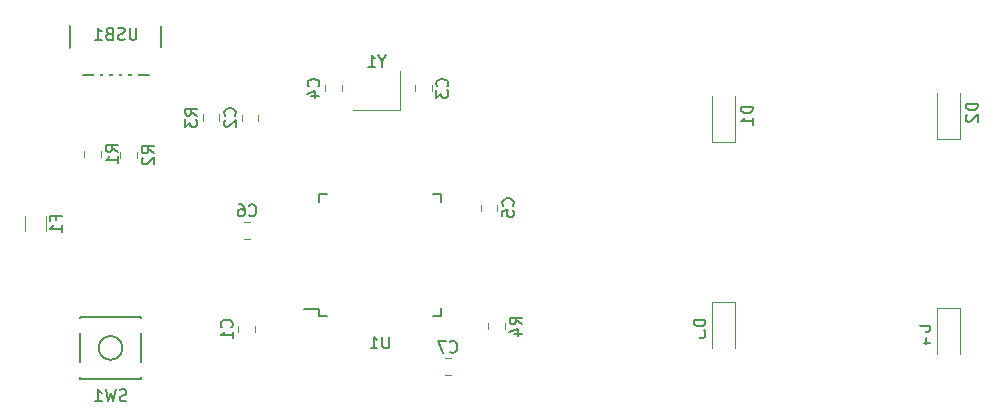
<source format=gbo>
G04 #@! TF.GenerationSoftware,KiCad,Pcbnew,(5.1.2)-1*
G04 #@! TF.CreationDate,2019-05-27T11:12:18-07:00*
G04 #@! TF.ProjectId,Aidan PCB,41696461-6e20-4504-9342-2e6b69636164,rev?*
G04 #@! TF.SameCoordinates,Original*
G04 #@! TF.FileFunction,Legend,Bot*
G04 #@! TF.FilePolarity,Positive*
%FSLAX46Y46*%
G04 Gerber Fmt 4.6, Leading zero omitted, Abs format (unit mm)*
G04 Created by KiCad (PCBNEW (5.1.2)-1) date 2019-05-27 11:12:18*
%MOMM*%
%LPD*%
G04 APERTURE LIST*
%ADD10C,0.120000*%
%ADD11C,0.150000*%
%ADD12C,2.352000*%
%ADD13C,2.352000*%
%ADD14C,4.089800*%
%ADD15C,2.007000*%
%ADD16R,2.007000X2.007000*%
%ADD17C,1.852000*%
%ADD18C,0.100000*%
%ADD19C,1.077000*%
%ADD20R,1.302000X1.002000*%
%ADD21C,1.352000*%
%ADD22R,1.902000X1.202000*%
%ADD23R,1.602000X0.652000*%
%ADD24R,0.652000X1.602000*%
%ADD25R,0.602000X2.352000*%
%ADD26O,1.802000X2.802000*%
%ADD27R,1.502000X1.302000*%
G04 APERTURE END LIST*
D10*
X66010000Y-81466422D02*
X66010000Y-81983578D01*
X64590000Y-81466422D02*
X64590000Y-81983578D01*
X64315000Y-99378922D02*
X64315000Y-99896078D01*
X65735000Y-99378922D02*
X65735000Y-99896078D01*
X79265000Y-79496078D02*
X79265000Y-78978922D01*
X80685000Y-79496078D02*
X80685000Y-78978922D01*
X71665000Y-78978922D02*
X71665000Y-79496078D01*
X73085000Y-78978922D02*
X73085000Y-79496078D01*
X86260000Y-89608578D02*
X86260000Y-89091422D01*
X84840000Y-89608578D02*
X84840000Y-89091422D01*
X65321078Y-90565000D02*
X64803922Y-90565000D01*
X65321078Y-91985000D02*
X64803922Y-91985000D01*
X82321078Y-103535000D02*
X81803922Y-103535000D01*
X82321078Y-102115000D02*
X81803922Y-102115000D01*
X106410000Y-83784000D02*
X104410000Y-83784000D01*
X104410000Y-83784000D02*
X104410000Y-79884000D01*
X106410000Y-83784000D02*
X106410000Y-79884000D01*
X125460000Y-83530000D02*
X125460000Y-79630000D01*
X123460000Y-83530000D02*
X123460000Y-79630000D01*
X125460000Y-83530000D02*
X123460000Y-83530000D01*
X104410000Y-97318000D02*
X106410000Y-97318000D01*
X106410000Y-97318000D02*
X106410000Y-101218000D01*
X104410000Y-97318000D02*
X104410000Y-101218000D01*
X123460000Y-97826000D02*
X123460000Y-101726000D01*
X125460000Y-97826000D02*
X125460000Y-101726000D01*
X123460000Y-97826000D02*
X125460000Y-97826000D01*
X48040000Y-91292064D02*
X48040000Y-90087936D01*
X46220000Y-91292064D02*
X46220000Y-90087936D01*
X51290000Y-85046078D02*
X51290000Y-84528922D01*
X52710000Y-85046078D02*
X52710000Y-84528922D01*
X55760000Y-85158578D02*
X55760000Y-84641422D01*
X54340000Y-85158578D02*
X54340000Y-84641422D01*
X62710000Y-81453922D02*
X62710000Y-81971078D01*
X61290000Y-81453922D02*
X61290000Y-81971078D01*
X86910000Y-99646078D02*
X86910000Y-99128922D01*
X85490000Y-99646078D02*
X85490000Y-99128922D01*
D11*
X54500000Y-101225000D02*
G75*
G03X54500000Y-101225000I-1000000J0D01*
G01*
X56100000Y-103825000D02*
X56100000Y-98625000D01*
X50900000Y-103825000D02*
X56100000Y-103825000D01*
X50900000Y-98625000D02*
X50900000Y-103825000D01*
X56100000Y-98625000D02*
X50900000Y-98625000D01*
X71149000Y-98531500D02*
X71149000Y-97956500D01*
X81499000Y-98531500D02*
X81499000Y-97856500D01*
X81499000Y-88181500D02*
X81499000Y-88856500D01*
X71149000Y-88181500D02*
X71149000Y-88856500D01*
X71149000Y-98531500D02*
X71824000Y-98531500D01*
X71149000Y-88181500D02*
X71824000Y-88181500D01*
X81499000Y-88181500D02*
X80824000Y-88181500D01*
X81499000Y-98531500D02*
X80824000Y-98531500D01*
X71149000Y-97956500D02*
X69874000Y-97956500D01*
X50100000Y-78094000D02*
X57800000Y-78094000D01*
X57800000Y-72644000D02*
X57800000Y-78094000D01*
X50100000Y-72644000D02*
X50100000Y-78094000D01*
D10*
X78042000Y-77764000D02*
X78042000Y-81064000D01*
X78042000Y-81064000D02*
X74042000Y-81064000D01*
D11*
X64007142Y-81558333D02*
X64054761Y-81510714D01*
X64102380Y-81367857D01*
X64102380Y-81272619D01*
X64054761Y-81129761D01*
X63959523Y-81034523D01*
X63864285Y-80986904D01*
X63673809Y-80939285D01*
X63530952Y-80939285D01*
X63340476Y-80986904D01*
X63245238Y-81034523D01*
X63150000Y-81129761D01*
X63102380Y-81272619D01*
X63102380Y-81367857D01*
X63150000Y-81510714D01*
X63197619Y-81558333D01*
X63197619Y-81939285D02*
X63150000Y-81986904D01*
X63102380Y-82082142D01*
X63102380Y-82320238D01*
X63150000Y-82415476D01*
X63197619Y-82463095D01*
X63292857Y-82510714D01*
X63388095Y-82510714D01*
X63530952Y-82463095D01*
X64102380Y-81891666D01*
X64102380Y-82510714D01*
X63732142Y-99470833D02*
X63779761Y-99423214D01*
X63827380Y-99280357D01*
X63827380Y-99185119D01*
X63779761Y-99042261D01*
X63684523Y-98947023D01*
X63589285Y-98899404D01*
X63398809Y-98851785D01*
X63255952Y-98851785D01*
X63065476Y-98899404D01*
X62970238Y-98947023D01*
X62875000Y-99042261D01*
X62827380Y-99185119D01*
X62827380Y-99280357D01*
X62875000Y-99423214D01*
X62922619Y-99470833D01*
X63827380Y-100423214D02*
X63827380Y-99851785D01*
X63827380Y-100137500D02*
X62827380Y-100137500D01*
X62970238Y-100042261D01*
X63065476Y-99947023D01*
X63113095Y-99851785D01*
X81982142Y-79070833D02*
X82029761Y-79023214D01*
X82077380Y-78880357D01*
X82077380Y-78785119D01*
X82029761Y-78642261D01*
X81934523Y-78547023D01*
X81839285Y-78499404D01*
X81648809Y-78451785D01*
X81505952Y-78451785D01*
X81315476Y-78499404D01*
X81220238Y-78547023D01*
X81125000Y-78642261D01*
X81077380Y-78785119D01*
X81077380Y-78880357D01*
X81125000Y-79023214D01*
X81172619Y-79070833D01*
X81077380Y-79404166D02*
X81077380Y-80023214D01*
X81458333Y-79689880D01*
X81458333Y-79832738D01*
X81505952Y-79927976D01*
X81553571Y-79975595D01*
X81648809Y-80023214D01*
X81886904Y-80023214D01*
X81982142Y-79975595D01*
X82029761Y-79927976D01*
X82077380Y-79832738D01*
X82077380Y-79547023D01*
X82029761Y-79451785D01*
X81982142Y-79404166D01*
X71082142Y-79070833D02*
X71129761Y-79023214D01*
X71177380Y-78880357D01*
X71177380Y-78785119D01*
X71129761Y-78642261D01*
X71034523Y-78547023D01*
X70939285Y-78499404D01*
X70748809Y-78451785D01*
X70605952Y-78451785D01*
X70415476Y-78499404D01*
X70320238Y-78547023D01*
X70225000Y-78642261D01*
X70177380Y-78785119D01*
X70177380Y-78880357D01*
X70225000Y-79023214D01*
X70272619Y-79070833D01*
X70510714Y-79927976D02*
X71177380Y-79927976D01*
X70129761Y-79689880D02*
X70844047Y-79451785D01*
X70844047Y-80070833D01*
X87557142Y-89183333D02*
X87604761Y-89135714D01*
X87652380Y-88992857D01*
X87652380Y-88897619D01*
X87604761Y-88754761D01*
X87509523Y-88659523D01*
X87414285Y-88611904D01*
X87223809Y-88564285D01*
X87080952Y-88564285D01*
X86890476Y-88611904D01*
X86795238Y-88659523D01*
X86700000Y-88754761D01*
X86652380Y-88897619D01*
X86652380Y-88992857D01*
X86700000Y-89135714D01*
X86747619Y-89183333D01*
X86652380Y-90088095D02*
X86652380Y-89611904D01*
X87128571Y-89564285D01*
X87080952Y-89611904D01*
X87033333Y-89707142D01*
X87033333Y-89945238D01*
X87080952Y-90040476D01*
X87128571Y-90088095D01*
X87223809Y-90135714D01*
X87461904Y-90135714D01*
X87557142Y-90088095D01*
X87604761Y-90040476D01*
X87652380Y-89945238D01*
X87652380Y-89707142D01*
X87604761Y-89611904D01*
X87557142Y-89564285D01*
X65229166Y-89982142D02*
X65276785Y-90029761D01*
X65419642Y-90077380D01*
X65514880Y-90077380D01*
X65657738Y-90029761D01*
X65752976Y-89934523D01*
X65800595Y-89839285D01*
X65848214Y-89648809D01*
X65848214Y-89505952D01*
X65800595Y-89315476D01*
X65752976Y-89220238D01*
X65657738Y-89125000D01*
X65514880Y-89077380D01*
X65419642Y-89077380D01*
X65276785Y-89125000D01*
X65229166Y-89172619D01*
X64372023Y-89077380D02*
X64562500Y-89077380D01*
X64657738Y-89125000D01*
X64705357Y-89172619D01*
X64800595Y-89315476D01*
X64848214Y-89505952D01*
X64848214Y-89886904D01*
X64800595Y-89982142D01*
X64752976Y-90029761D01*
X64657738Y-90077380D01*
X64467261Y-90077380D01*
X64372023Y-90029761D01*
X64324404Y-89982142D01*
X64276785Y-89886904D01*
X64276785Y-89648809D01*
X64324404Y-89553571D01*
X64372023Y-89505952D01*
X64467261Y-89458333D01*
X64657738Y-89458333D01*
X64752976Y-89505952D01*
X64800595Y-89553571D01*
X64848214Y-89648809D01*
X82229166Y-101532142D02*
X82276785Y-101579761D01*
X82419642Y-101627380D01*
X82514880Y-101627380D01*
X82657738Y-101579761D01*
X82752976Y-101484523D01*
X82800595Y-101389285D01*
X82848214Y-101198809D01*
X82848214Y-101055952D01*
X82800595Y-100865476D01*
X82752976Y-100770238D01*
X82657738Y-100675000D01*
X82514880Y-100627380D01*
X82419642Y-100627380D01*
X82276785Y-100675000D01*
X82229166Y-100722619D01*
X81895833Y-100627380D02*
X81229166Y-100627380D01*
X81657738Y-101627380D01*
X107862380Y-80795904D02*
X106862380Y-80795904D01*
X106862380Y-81034000D01*
X106910000Y-81176857D01*
X107005238Y-81272095D01*
X107100476Y-81319714D01*
X107290952Y-81367333D01*
X107433809Y-81367333D01*
X107624285Y-81319714D01*
X107719523Y-81272095D01*
X107814761Y-81176857D01*
X107862380Y-81034000D01*
X107862380Y-80795904D01*
X107862380Y-82319714D02*
X107862380Y-81748285D01*
X107862380Y-82034000D02*
X106862380Y-82034000D01*
X107005238Y-81938761D01*
X107100476Y-81843523D01*
X107148095Y-81748285D01*
X126912380Y-80541904D02*
X125912380Y-80541904D01*
X125912380Y-80780000D01*
X125960000Y-80922857D01*
X126055238Y-81018095D01*
X126150476Y-81065714D01*
X126340952Y-81113333D01*
X126483809Y-81113333D01*
X126674285Y-81065714D01*
X126769523Y-81018095D01*
X126864761Y-80922857D01*
X126912380Y-80780000D01*
X126912380Y-80541904D01*
X126007619Y-81494285D02*
X125960000Y-81541904D01*
X125912380Y-81637142D01*
X125912380Y-81875238D01*
X125960000Y-81970476D01*
X126007619Y-82018095D01*
X126102857Y-82065714D01*
X126198095Y-82065714D01*
X126340952Y-82018095D01*
X126912380Y-81446666D01*
X126912380Y-82065714D01*
X103862380Y-98829904D02*
X102862380Y-98829904D01*
X102862380Y-99068000D01*
X102910000Y-99210857D01*
X103005238Y-99306095D01*
X103100476Y-99353714D01*
X103290952Y-99401333D01*
X103433809Y-99401333D01*
X103624285Y-99353714D01*
X103719523Y-99306095D01*
X103814761Y-99210857D01*
X103862380Y-99068000D01*
X103862380Y-98829904D01*
X102862380Y-99734666D02*
X102862380Y-100353714D01*
X103243333Y-100020380D01*
X103243333Y-100163238D01*
X103290952Y-100258476D01*
X103338571Y-100306095D01*
X103433809Y-100353714D01*
X103671904Y-100353714D01*
X103767142Y-100306095D01*
X103814761Y-100258476D01*
X103862380Y-100163238D01*
X103862380Y-99877523D01*
X103814761Y-99782285D01*
X103767142Y-99734666D01*
X122912380Y-99337904D02*
X121912380Y-99337904D01*
X121912380Y-99576000D01*
X121960000Y-99718857D01*
X122055238Y-99814095D01*
X122150476Y-99861714D01*
X122340952Y-99909333D01*
X122483809Y-99909333D01*
X122674285Y-99861714D01*
X122769523Y-99814095D01*
X122864761Y-99718857D01*
X122912380Y-99576000D01*
X122912380Y-99337904D01*
X122245714Y-100766476D02*
X122912380Y-100766476D01*
X121864761Y-100528380D02*
X122579047Y-100290285D01*
X122579047Y-100909333D01*
X48878571Y-90356666D02*
X48878571Y-90023333D01*
X49402380Y-90023333D02*
X48402380Y-90023333D01*
X48402380Y-90499523D01*
X49402380Y-91404285D02*
X49402380Y-90832857D01*
X49402380Y-91118571D02*
X48402380Y-91118571D01*
X48545238Y-91023333D01*
X48640476Y-90928095D01*
X48688095Y-90832857D01*
X54102380Y-84620833D02*
X53626190Y-84287500D01*
X54102380Y-84049404D02*
X53102380Y-84049404D01*
X53102380Y-84430357D01*
X53150000Y-84525595D01*
X53197619Y-84573214D01*
X53292857Y-84620833D01*
X53435714Y-84620833D01*
X53530952Y-84573214D01*
X53578571Y-84525595D01*
X53626190Y-84430357D01*
X53626190Y-84049404D01*
X54102380Y-85573214D02*
X54102380Y-85001785D01*
X54102380Y-85287500D02*
X53102380Y-85287500D01*
X53245238Y-85192261D01*
X53340476Y-85097023D01*
X53388095Y-85001785D01*
X57152380Y-84733333D02*
X56676190Y-84400000D01*
X57152380Y-84161904D02*
X56152380Y-84161904D01*
X56152380Y-84542857D01*
X56200000Y-84638095D01*
X56247619Y-84685714D01*
X56342857Y-84733333D01*
X56485714Y-84733333D01*
X56580952Y-84685714D01*
X56628571Y-84638095D01*
X56676190Y-84542857D01*
X56676190Y-84161904D01*
X56247619Y-85114285D02*
X56200000Y-85161904D01*
X56152380Y-85257142D01*
X56152380Y-85495238D01*
X56200000Y-85590476D01*
X56247619Y-85638095D01*
X56342857Y-85685714D01*
X56438095Y-85685714D01*
X56580952Y-85638095D01*
X57152380Y-85066666D01*
X57152380Y-85685714D01*
X60802380Y-81545833D02*
X60326190Y-81212500D01*
X60802380Y-80974404D02*
X59802380Y-80974404D01*
X59802380Y-81355357D01*
X59850000Y-81450595D01*
X59897619Y-81498214D01*
X59992857Y-81545833D01*
X60135714Y-81545833D01*
X60230952Y-81498214D01*
X60278571Y-81450595D01*
X60326190Y-81355357D01*
X60326190Y-80974404D01*
X59802380Y-81879166D02*
X59802380Y-82498214D01*
X60183333Y-82164880D01*
X60183333Y-82307738D01*
X60230952Y-82402976D01*
X60278571Y-82450595D01*
X60373809Y-82498214D01*
X60611904Y-82498214D01*
X60707142Y-82450595D01*
X60754761Y-82402976D01*
X60802380Y-82307738D01*
X60802380Y-82022023D01*
X60754761Y-81926785D01*
X60707142Y-81879166D01*
X88302380Y-99220833D02*
X87826190Y-98887500D01*
X88302380Y-98649404D02*
X87302380Y-98649404D01*
X87302380Y-99030357D01*
X87350000Y-99125595D01*
X87397619Y-99173214D01*
X87492857Y-99220833D01*
X87635714Y-99220833D01*
X87730952Y-99173214D01*
X87778571Y-99125595D01*
X87826190Y-99030357D01*
X87826190Y-98649404D01*
X87635714Y-100077976D02*
X88302380Y-100077976D01*
X87254761Y-99839880D02*
X87969047Y-99601785D01*
X87969047Y-100220833D01*
X54833333Y-105693761D02*
X54690476Y-105741380D01*
X54452380Y-105741380D01*
X54357142Y-105693761D01*
X54309523Y-105646142D01*
X54261904Y-105550904D01*
X54261904Y-105455666D01*
X54309523Y-105360428D01*
X54357142Y-105312809D01*
X54452380Y-105265190D01*
X54642857Y-105217571D01*
X54738095Y-105169952D01*
X54785714Y-105122333D01*
X54833333Y-105027095D01*
X54833333Y-104931857D01*
X54785714Y-104836619D01*
X54738095Y-104789000D01*
X54642857Y-104741380D01*
X54404761Y-104741380D01*
X54261904Y-104789000D01*
X53928571Y-104741380D02*
X53690476Y-105741380D01*
X53500000Y-105027095D01*
X53309523Y-105741380D01*
X53071428Y-104741380D01*
X52166666Y-105741380D02*
X52738095Y-105741380D01*
X52452380Y-105741380D02*
X52452380Y-104741380D01*
X52547619Y-104884238D01*
X52642857Y-104979476D01*
X52738095Y-105027095D01*
X77085904Y-100258880D02*
X77085904Y-101068404D01*
X77038285Y-101163642D01*
X76990666Y-101211261D01*
X76895428Y-101258880D01*
X76704952Y-101258880D01*
X76609714Y-101211261D01*
X76562095Y-101163642D01*
X76514476Y-101068404D01*
X76514476Y-100258880D01*
X75514476Y-101258880D02*
X76085904Y-101258880D01*
X75800190Y-101258880D02*
X75800190Y-100258880D01*
X75895428Y-100401738D01*
X75990666Y-100496976D01*
X76085904Y-100544595D01*
X55688095Y-74128380D02*
X55688095Y-74937904D01*
X55640476Y-75033142D01*
X55592857Y-75080761D01*
X55497619Y-75128380D01*
X55307142Y-75128380D01*
X55211904Y-75080761D01*
X55164285Y-75033142D01*
X55116666Y-74937904D01*
X55116666Y-74128380D01*
X54688095Y-75080761D02*
X54545238Y-75128380D01*
X54307142Y-75128380D01*
X54211904Y-75080761D01*
X54164285Y-75033142D01*
X54116666Y-74937904D01*
X54116666Y-74842666D01*
X54164285Y-74747428D01*
X54211904Y-74699809D01*
X54307142Y-74652190D01*
X54497619Y-74604571D01*
X54592857Y-74556952D01*
X54640476Y-74509333D01*
X54688095Y-74414095D01*
X54688095Y-74318857D01*
X54640476Y-74223619D01*
X54592857Y-74176000D01*
X54497619Y-74128380D01*
X54259523Y-74128380D01*
X54116666Y-74176000D01*
X53354761Y-74604571D02*
X53211904Y-74652190D01*
X53164285Y-74699809D01*
X53116666Y-74795047D01*
X53116666Y-74937904D01*
X53164285Y-75033142D01*
X53211904Y-75080761D01*
X53307142Y-75128380D01*
X53688095Y-75128380D01*
X53688095Y-74128380D01*
X53354761Y-74128380D01*
X53259523Y-74176000D01*
X53211904Y-74223619D01*
X53164285Y-74318857D01*
X53164285Y-74414095D01*
X53211904Y-74509333D01*
X53259523Y-74556952D01*
X53354761Y-74604571D01*
X53688095Y-74604571D01*
X52164285Y-75128380D02*
X52735714Y-75128380D01*
X52450000Y-75128380D02*
X52450000Y-74128380D01*
X52545238Y-74271238D01*
X52640476Y-74366476D01*
X52735714Y-74414095D01*
X76518190Y-76940190D02*
X76518190Y-77416380D01*
X76851523Y-76416380D02*
X76518190Y-76940190D01*
X76184857Y-76416380D01*
X75327714Y-77416380D02*
X75899142Y-77416380D01*
X75613428Y-77416380D02*
X75613428Y-76416380D01*
X75708666Y-76559238D01*
X75803904Y-76654476D01*
X75899142Y-76702095D01*
%LPC*%
D12*
X119020000Y-95400000D03*
D13*
X119000000Y-95690000D02*
X119040000Y-95110000D01*
D12*
X119040000Y-95110000D03*
X113345001Y-96920000D03*
D13*
X112690000Y-97650000D02*
X114000002Y-96190000D01*
D14*
X116500000Y-100190000D03*
D12*
X114000000Y-96190000D03*
D15*
X115230000Y-105270000D03*
D16*
X117770000Y-105270000D03*
D17*
X111420000Y-100190000D03*
X121580000Y-100190000D03*
D18*
G36*
X65808141Y-82125297D02*
G01*
X65834278Y-82129174D01*
X65859909Y-82135594D01*
X65884788Y-82144495D01*
X65908674Y-82155793D01*
X65931337Y-82169377D01*
X65952560Y-82185117D01*
X65972139Y-82202861D01*
X65989883Y-82222440D01*
X66005623Y-82243663D01*
X66019207Y-82266326D01*
X66030505Y-82290212D01*
X66039406Y-82315091D01*
X66045826Y-82340722D01*
X66049703Y-82366859D01*
X66051000Y-82393250D01*
X66051000Y-82931750D01*
X66049703Y-82958141D01*
X66045826Y-82984278D01*
X66039406Y-83009909D01*
X66030505Y-83034788D01*
X66019207Y-83058674D01*
X66005623Y-83081337D01*
X65989883Y-83102560D01*
X65972139Y-83122139D01*
X65952560Y-83139883D01*
X65931337Y-83155623D01*
X65908674Y-83169207D01*
X65884788Y-83180505D01*
X65859909Y-83189406D01*
X65834278Y-83195826D01*
X65808141Y-83199703D01*
X65781750Y-83201000D01*
X64818250Y-83201000D01*
X64791859Y-83199703D01*
X64765722Y-83195826D01*
X64740091Y-83189406D01*
X64715212Y-83180505D01*
X64691326Y-83169207D01*
X64668663Y-83155623D01*
X64647440Y-83139883D01*
X64627861Y-83122139D01*
X64610117Y-83102560D01*
X64594377Y-83081337D01*
X64580793Y-83058674D01*
X64569495Y-83034788D01*
X64560594Y-83009909D01*
X64554174Y-82984278D01*
X64550297Y-82958141D01*
X64549000Y-82931750D01*
X64549000Y-82393250D01*
X64550297Y-82366859D01*
X64554174Y-82340722D01*
X64560594Y-82315091D01*
X64569495Y-82290212D01*
X64580793Y-82266326D01*
X64594377Y-82243663D01*
X64610117Y-82222440D01*
X64627861Y-82202861D01*
X64647440Y-82185117D01*
X64668663Y-82169377D01*
X64691326Y-82155793D01*
X64715212Y-82144495D01*
X64740091Y-82135594D01*
X64765722Y-82129174D01*
X64791859Y-82125297D01*
X64818250Y-82124000D01*
X65781750Y-82124000D01*
X65808141Y-82125297D01*
X65808141Y-82125297D01*
G37*
D19*
X65300000Y-82662500D03*
D18*
G36*
X65808141Y-80250297D02*
G01*
X65834278Y-80254174D01*
X65859909Y-80260594D01*
X65884788Y-80269495D01*
X65908674Y-80280793D01*
X65931337Y-80294377D01*
X65952560Y-80310117D01*
X65972139Y-80327861D01*
X65989883Y-80347440D01*
X66005623Y-80368663D01*
X66019207Y-80391326D01*
X66030505Y-80415212D01*
X66039406Y-80440091D01*
X66045826Y-80465722D01*
X66049703Y-80491859D01*
X66051000Y-80518250D01*
X66051000Y-81056750D01*
X66049703Y-81083141D01*
X66045826Y-81109278D01*
X66039406Y-81134909D01*
X66030505Y-81159788D01*
X66019207Y-81183674D01*
X66005623Y-81206337D01*
X65989883Y-81227560D01*
X65972139Y-81247139D01*
X65952560Y-81264883D01*
X65931337Y-81280623D01*
X65908674Y-81294207D01*
X65884788Y-81305505D01*
X65859909Y-81314406D01*
X65834278Y-81320826D01*
X65808141Y-81324703D01*
X65781750Y-81326000D01*
X64818250Y-81326000D01*
X64791859Y-81324703D01*
X64765722Y-81320826D01*
X64740091Y-81314406D01*
X64715212Y-81305505D01*
X64691326Y-81294207D01*
X64668663Y-81280623D01*
X64647440Y-81264883D01*
X64627861Y-81247139D01*
X64610117Y-81227560D01*
X64594377Y-81206337D01*
X64580793Y-81183674D01*
X64569495Y-81159788D01*
X64560594Y-81134909D01*
X64554174Y-81109278D01*
X64550297Y-81083141D01*
X64549000Y-81056750D01*
X64549000Y-80518250D01*
X64550297Y-80491859D01*
X64554174Y-80465722D01*
X64560594Y-80440091D01*
X64569495Y-80415212D01*
X64580793Y-80391326D01*
X64594377Y-80368663D01*
X64610117Y-80347440D01*
X64627861Y-80327861D01*
X64647440Y-80310117D01*
X64668663Y-80294377D01*
X64691326Y-80280793D01*
X64715212Y-80269495D01*
X64740091Y-80260594D01*
X64765722Y-80254174D01*
X64791859Y-80250297D01*
X64818250Y-80249000D01*
X65781750Y-80249000D01*
X65808141Y-80250297D01*
X65808141Y-80250297D01*
G37*
D19*
X65300000Y-80787500D03*
D18*
G36*
X65533141Y-98162797D02*
G01*
X65559278Y-98166674D01*
X65584909Y-98173094D01*
X65609788Y-98181995D01*
X65633674Y-98193293D01*
X65656337Y-98206877D01*
X65677560Y-98222617D01*
X65697139Y-98240361D01*
X65714883Y-98259940D01*
X65730623Y-98281163D01*
X65744207Y-98303826D01*
X65755505Y-98327712D01*
X65764406Y-98352591D01*
X65770826Y-98378222D01*
X65774703Y-98404359D01*
X65776000Y-98430750D01*
X65776000Y-98969250D01*
X65774703Y-98995641D01*
X65770826Y-99021778D01*
X65764406Y-99047409D01*
X65755505Y-99072288D01*
X65744207Y-99096174D01*
X65730623Y-99118837D01*
X65714883Y-99140060D01*
X65697139Y-99159639D01*
X65677560Y-99177383D01*
X65656337Y-99193123D01*
X65633674Y-99206707D01*
X65609788Y-99218005D01*
X65584909Y-99226906D01*
X65559278Y-99233326D01*
X65533141Y-99237203D01*
X65506750Y-99238500D01*
X64543250Y-99238500D01*
X64516859Y-99237203D01*
X64490722Y-99233326D01*
X64465091Y-99226906D01*
X64440212Y-99218005D01*
X64416326Y-99206707D01*
X64393663Y-99193123D01*
X64372440Y-99177383D01*
X64352861Y-99159639D01*
X64335117Y-99140060D01*
X64319377Y-99118837D01*
X64305793Y-99096174D01*
X64294495Y-99072288D01*
X64285594Y-99047409D01*
X64279174Y-99021778D01*
X64275297Y-98995641D01*
X64274000Y-98969250D01*
X64274000Y-98430750D01*
X64275297Y-98404359D01*
X64279174Y-98378222D01*
X64285594Y-98352591D01*
X64294495Y-98327712D01*
X64305793Y-98303826D01*
X64319377Y-98281163D01*
X64335117Y-98259940D01*
X64352861Y-98240361D01*
X64372440Y-98222617D01*
X64393663Y-98206877D01*
X64416326Y-98193293D01*
X64440212Y-98181995D01*
X64465091Y-98173094D01*
X64490722Y-98166674D01*
X64516859Y-98162797D01*
X64543250Y-98161500D01*
X65506750Y-98161500D01*
X65533141Y-98162797D01*
X65533141Y-98162797D01*
G37*
D19*
X65025000Y-98700000D03*
D18*
G36*
X65533141Y-100037797D02*
G01*
X65559278Y-100041674D01*
X65584909Y-100048094D01*
X65609788Y-100056995D01*
X65633674Y-100068293D01*
X65656337Y-100081877D01*
X65677560Y-100097617D01*
X65697139Y-100115361D01*
X65714883Y-100134940D01*
X65730623Y-100156163D01*
X65744207Y-100178826D01*
X65755505Y-100202712D01*
X65764406Y-100227591D01*
X65770826Y-100253222D01*
X65774703Y-100279359D01*
X65776000Y-100305750D01*
X65776000Y-100844250D01*
X65774703Y-100870641D01*
X65770826Y-100896778D01*
X65764406Y-100922409D01*
X65755505Y-100947288D01*
X65744207Y-100971174D01*
X65730623Y-100993837D01*
X65714883Y-101015060D01*
X65697139Y-101034639D01*
X65677560Y-101052383D01*
X65656337Y-101068123D01*
X65633674Y-101081707D01*
X65609788Y-101093005D01*
X65584909Y-101101906D01*
X65559278Y-101108326D01*
X65533141Y-101112203D01*
X65506750Y-101113500D01*
X64543250Y-101113500D01*
X64516859Y-101112203D01*
X64490722Y-101108326D01*
X64465091Y-101101906D01*
X64440212Y-101093005D01*
X64416326Y-101081707D01*
X64393663Y-101068123D01*
X64372440Y-101052383D01*
X64352861Y-101034639D01*
X64335117Y-101015060D01*
X64319377Y-100993837D01*
X64305793Y-100971174D01*
X64294495Y-100947288D01*
X64285594Y-100922409D01*
X64279174Y-100896778D01*
X64275297Y-100870641D01*
X64274000Y-100844250D01*
X64274000Y-100305750D01*
X64275297Y-100279359D01*
X64279174Y-100253222D01*
X64285594Y-100227591D01*
X64294495Y-100202712D01*
X64305793Y-100178826D01*
X64319377Y-100156163D01*
X64335117Y-100134940D01*
X64352861Y-100115361D01*
X64372440Y-100097617D01*
X64393663Y-100081877D01*
X64416326Y-100068293D01*
X64440212Y-100056995D01*
X64465091Y-100048094D01*
X64490722Y-100041674D01*
X64516859Y-100037797D01*
X64543250Y-100036500D01*
X65506750Y-100036500D01*
X65533141Y-100037797D01*
X65533141Y-100037797D01*
G37*
D19*
X65025000Y-100575000D03*
D18*
G36*
X80483141Y-77762797D02*
G01*
X80509278Y-77766674D01*
X80534909Y-77773094D01*
X80559788Y-77781995D01*
X80583674Y-77793293D01*
X80606337Y-77806877D01*
X80627560Y-77822617D01*
X80647139Y-77840361D01*
X80664883Y-77859940D01*
X80680623Y-77881163D01*
X80694207Y-77903826D01*
X80705505Y-77927712D01*
X80714406Y-77952591D01*
X80720826Y-77978222D01*
X80724703Y-78004359D01*
X80726000Y-78030750D01*
X80726000Y-78569250D01*
X80724703Y-78595641D01*
X80720826Y-78621778D01*
X80714406Y-78647409D01*
X80705505Y-78672288D01*
X80694207Y-78696174D01*
X80680623Y-78718837D01*
X80664883Y-78740060D01*
X80647139Y-78759639D01*
X80627560Y-78777383D01*
X80606337Y-78793123D01*
X80583674Y-78806707D01*
X80559788Y-78818005D01*
X80534909Y-78826906D01*
X80509278Y-78833326D01*
X80483141Y-78837203D01*
X80456750Y-78838500D01*
X79493250Y-78838500D01*
X79466859Y-78837203D01*
X79440722Y-78833326D01*
X79415091Y-78826906D01*
X79390212Y-78818005D01*
X79366326Y-78806707D01*
X79343663Y-78793123D01*
X79322440Y-78777383D01*
X79302861Y-78759639D01*
X79285117Y-78740060D01*
X79269377Y-78718837D01*
X79255793Y-78696174D01*
X79244495Y-78672288D01*
X79235594Y-78647409D01*
X79229174Y-78621778D01*
X79225297Y-78595641D01*
X79224000Y-78569250D01*
X79224000Y-78030750D01*
X79225297Y-78004359D01*
X79229174Y-77978222D01*
X79235594Y-77952591D01*
X79244495Y-77927712D01*
X79255793Y-77903826D01*
X79269377Y-77881163D01*
X79285117Y-77859940D01*
X79302861Y-77840361D01*
X79322440Y-77822617D01*
X79343663Y-77806877D01*
X79366326Y-77793293D01*
X79390212Y-77781995D01*
X79415091Y-77773094D01*
X79440722Y-77766674D01*
X79466859Y-77762797D01*
X79493250Y-77761500D01*
X80456750Y-77761500D01*
X80483141Y-77762797D01*
X80483141Y-77762797D01*
G37*
D19*
X79975000Y-78300000D03*
D18*
G36*
X80483141Y-79637797D02*
G01*
X80509278Y-79641674D01*
X80534909Y-79648094D01*
X80559788Y-79656995D01*
X80583674Y-79668293D01*
X80606337Y-79681877D01*
X80627560Y-79697617D01*
X80647139Y-79715361D01*
X80664883Y-79734940D01*
X80680623Y-79756163D01*
X80694207Y-79778826D01*
X80705505Y-79802712D01*
X80714406Y-79827591D01*
X80720826Y-79853222D01*
X80724703Y-79879359D01*
X80726000Y-79905750D01*
X80726000Y-80444250D01*
X80724703Y-80470641D01*
X80720826Y-80496778D01*
X80714406Y-80522409D01*
X80705505Y-80547288D01*
X80694207Y-80571174D01*
X80680623Y-80593837D01*
X80664883Y-80615060D01*
X80647139Y-80634639D01*
X80627560Y-80652383D01*
X80606337Y-80668123D01*
X80583674Y-80681707D01*
X80559788Y-80693005D01*
X80534909Y-80701906D01*
X80509278Y-80708326D01*
X80483141Y-80712203D01*
X80456750Y-80713500D01*
X79493250Y-80713500D01*
X79466859Y-80712203D01*
X79440722Y-80708326D01*
X79415091Y-80701906D01*
X79390212Y-80693005D01*
X79366326Y-80681707D01*
X79343663Y-80668123D01*
X79322440Y-80652383D01*
X79302861Y-80634639D01*
X79285117Y-80615060D01*
X79269377Y-80593837D01*
X79255793Y-80571174D01*
X79244495Y-80547288D01*
X79235594Y-80522409D01*
X79229174Y-80496778D01*
X79225297Y-80470641D01*
X79224000Y-80444250D01*
X79224000Y-79905750D01*
X79225297Y-79879359D01*
X79229174Y-79853222D01*
X79235594Y-79827591D01*
X79244495Y-79802712D01*
X79255793Y-79778826D01*
X79269377Y-79756163D01*
X79285117Y-79734940D01*
X79302861Y-79715361D01*
X79322440Y-79697617D01*
X79343663Y-79681877D01*
X79366326Y-79668293D01*
X79390212Y-79656995D01*
X79415091Y-79648094D01*
X79440722Y-79641674D01*
X79466859Y-79637797D01*
X79493250Y-79636500D01*
X80456750Y-79636500D01*
X80483141Y-79637797D01*
X80483141Y-79637797D01*
G37*
D19*
X79975000Y-80175000D03*
D18*
G36*
X72883141Y-77762797D02*
G01*
X72909278Y-77766674D01*
X72934909Y-77773094D01*
X72959788Y-77781995D01*
X72983674Y-77793293D01*
X73006337Y-77806877D01*
X73027560Y-77822617D01*
X73047139Y-77840361D01*
X73064883Y-77859940D01*
X73080623Y-77881163D01*
X73094207Y-77903826D01*
X73105505Y-77927712D01*
X73114406Y-77952591D01*
X73120826Y-77978222D01*
X73124703Y-78004359D01*
X73126000Y-78030750D01*
X73126000Y-78569250D01*
X73124703Y-78595641D01*
X73120826Y-78621778D01*
X73114406Y-78647409D01*
X73105505Y-78672288D01*
X73094207Y-78696174D01*
X73080623Y-78718837D01*
X73064883Y-78740060D01*
X73047139Y-78759639D01*
X73027560Y-78777383D01*
X73006337Y-78793123D01*
X72983674Y-78806707D01*
X72959788Y-78818005D01*
X72934909Y-78826906D01*
X72909278Y-78833326D01*
X72883141Y-78837203D01*
X72856750Y-78838500D01*
X71893250Y-78838500D01*
X71866859Y-78837203D01*
X71840722Y-78833326D01*
X71815091Y-78826906D01*
X71790212Y-78818005D01*
X71766326Y-78806707D01*
X71743663Y-78793123D01*
X71722440Y-78777383D01*
X71702861Y-78759639D01*
X71685117Y-78740060D01*
X71669377Y-78718837D01*
X71655793Y-78696174D01*
X71644495Y-78672288D01*
X71635594Y-78647409D01*
X71629174Y-78621778D01*
X71625297Y-78595641D01*
X71624000Y-78569250D01*
X71624000Y-78030750D01*
X71625297Y-78004359D01*
X71629174Y-77978222D01*
X71635594Y-77952591D01*
X71644495Y-77927712D01*
X71655793Y-77903826D01*
X71669377Y-77881163D01*
X71685117Y-77859940D01*
X71702861Y-77840361D01*
X71722440Y-77822617D01*
X71743663Y-77806877D01*
X71766326Y-77793293D01*
X71790212Y-77781995D01*
X71815091Y-77773094D01*
X71840722Y-77766674D01*
X71866859Y-77762797D01*
X71893250Y-77761500D01*
X72856750Y-77761500D01*
X72883141Y-77762797D01*
X72883141Y-77762797D01*
G37*
D19*
X72375000Y-78300000D03*
D18*
G36*
X72883141Y-79637797D02*
G01*
X72909278Y-79641674D01*
X72934909Y-79648094D01*
X72959788Y-79656995D01*
X72983674Y-79668293D01*
X73006337Y-79681877D01*
X73027560Y-79697617D01*
X73047139Y-79715361D01*
X73064883Y-79734940D01*
X73080623Y-79756163D01*
X73094207Y-79778826D01*
X73105505Y-79802712D01*
X73114406Y-79827591D01*
X73120826Y-79853222D01*
X73124703Y-79879359D01*
X73126000Y-79905750D01*
X73126000Y-80444250D01*
X73124703Y-80470641D01*
X73120826Y-80496778D01*
X73114406Y-80522409D01*
X73105505Y-80547288D01*
X73094207Y-80571174D01*
X73080623Y-80593837D01*
X73064883Y-80615060D01*
X73047139Y-80634639D01*
X73027560Y-80652383D01*
X73006337Y-80668123D01*
X72983674Y-80681707D01*
X72959788Y-80693005D01*
X72934909Y-80701906D01*
X72909278Y-80708326D01*
X72883141Y-80712203D01*
X72856750Y-80713500D01*
X71893250Y-80713500D01*
X71866859Y-80712203D01*
X71840722Y-80708326D01*
X71815091Y-80701906D01*
X71790212Y-80693005D01*
X71766326Y-80681707D01*
X71743663Y-80668123D01*
X71722440Y-80652383D01*
X71702861Y-80634639D01*
X71685117Y-80615060D01*
X71669377Y-80593837D01*
X71655793Y-80571174D01*
X71644495Y-80547288D01*
X71635594Y-80522409D01*
X71629174Y-80496778D01*
X71625297Y-80470641D01*
X71624000Y-80444250D01*
X71624000Y-79905750D01*
X71625297Y-79879359D01*
X71629174Y-79853222D01*
X71635594Y-79827591D01*
X71644495Y-79802712D01*
X71655793Y-79778826D01*
X71669377Y-79756163D01*
X71685117Y-79734940D01*
X71702861Y-79715361D01*
X71722440Y-79697617D01*
X71743663Y-79681877D01*
X71766326Y-79668293D01*
X71790212Y-79656995D01*
X71815091Y-79648094D01*
X71840722Y-79641674D01*
X71866859Y-79637797D01*
X71893250Y-79636500D01*
X72856750Y-79636500D01*
X72883141Y-79637797D01*
X72883141Y-79637797D01*
G37*
D19*
X72375000Y-80175000D03*
D18*
G36*
X86058141Y-89750297D02*
G01*
X86084278Y-89754174D01*
X86109909Y-89760594D01*
X86134788Y-89769495D01*
X86158674Y-89780793D01*
X86181337Y-89794377D01*
X86202560Y-89810117D01*
X86222139Y-89827861D01*
X86239883Y-89847440D01*
X86255623Y-89868663D01*
X86269207Y-89891326D01*
X86280505Y-89915212D01*
X86289406Y-89940091D01*
X86295826Y-89965722D01*
X86299703Y-89991859D01*
X86301000Y-90018250D01*
X86301000Y-90556750D01*
X86299703Y-90583141D01*
X86295826Y-90609278D01*
X86289406Y-90634909D01*
X86280505Y-90659788D01*
X86269207Y-90683674D01*
X86255623Y-90706337D01*
X86239883Y-90727560D01*
X86222139Y-90747139D01*
X86202560Y-90764883D01*
X86181337Y-90780623D01*
X86158674Y-90794207D01*
X86134788Y-90805505D01*
X86109909Y-90814406D01*
X86084278Y-90820826D01*
X86058141Y-90824703D01*
X86031750Y-90826000D01*
X85068250Y-90826000D01*
X85041859Y-90824703D01*
X85015722Y-90820826D01*
X84990091Y-90814406D01*
X84965212Y-90805505D01*
X84941326Y-90794207D01*
X84918663Y-90780623D01*
X84897440Y-90764883D01*
X84877861Y-90747139D01*
X84860117Y-90727560D01*
X84844377Y-90706337D01*
X84830793Y-90683674D01*
X84819495Y-90659788D01*
X84810594Y-90634909D01*
X84804174Y-90609278D01*
X84800297Y-90583141D01*
X84799000Y-90556750D01*
X84799000Y-90018250D01*
X84800297Y-89991859D01*
X84804174Y-89965722D01*
X84810594Y-89940091D01*
X84819495Y-89915212D01*
X84830793Y-89891326D01*
X84844377Y-89868663D01*
X84860117Y-89847440D01*
X84877861Y-89827861D01*
X84897440Y-89810117D01*
X84918663Y-89794377D01*
X84941326Y-89780793D01*
X84965212Y-89769495D01*
X84990091Y-89760594D01*
X85015722Y-89754174D01*
X85041859Y-89750297D01*
X85068250Y-89749000D01*
X86031750Y-89749000D01*
X86058141Y-89750297D01*
X86058141Y-89750297D01*
G37*
D19*
X85550000Y-90287500D03*
D18*
G36*
X86058141Y-87875297D02*
G01*
X86084278Y-87879174D01*
X86109909Y-87885594D01*
X86134788Y-87894495D01*
X86158674Y-87905793D01*
X86181337Y-87919377D01*
X86202560Y-87935117D01*
X86222139Y-87952861D01*
X86239883Y-87972440D01*
X86255623Y-87993663D01*
X86269207Y-88016326D01*
X86280505Y-88040212D01*
X86289406Y-88065091D01*
X86295826Y-88090722D01*
X86299703Y-88116859D01*
X86301000Y-88143250D01*
X86301000Y-88681750D01*
X86299703Y-88708141D01*
X86295826Y-88734278D01*
X86289406Y-88759909D01*
X86280505Y-88784788D01*
X86269207Y-88808674D01*
X86255623Y-88831337D01*
X86239883Y-88852560D01*
X86222139Y-88872139D01*
X86202560Y-88889883D01*
X86181337Y-88905623D01*
X86158674Y-88919207D01*
X86134788Y-88930505D01*
X86109909Y-88939406D01*
X86084278Y-88945826D01*
X86058141Y-88949703D01*
X86031750Y-88951000D01*
X85068250Y-88951000D01*
X85041859Y-88949703D01*
X85015722Y-88945826D01*
X84990091Y-88939406D01*
X84965212Y-88930505D01*
X84941326Y-88919207D01*
X84918663Y-88905623D01*
X84897440Y-88889883D01*
X84877861Y-88872139D01*
X84860117Y-88852560D01*
X84844377Y-88831337D01*
X84830793Y-88808674D01*
X84819495Y-88784788D01*
X84810594Y-88759909D01*
X84804174Y-88734278D01*
X84800297Y-88708141D01*
X84799000Y-88681750D01*
X84799000Y-88143250D01*
X84800297Y-88116859D01*
X84804174Y-88090722D01*
X84810594Y-88065091D01*
X84819495Y-88040212D01*
X84830793Y-88016326D01*
X84844377Y-87993663D01*
X84860117Y-87972440D01*
X84877861Y-87952861D01*
X84897440Y-87935117D01*
X84918663Y-87919377D01*
X84941326Y-87905793D01*
X84965212Y-87894495D01*
X84990091Y-87885594D01*
X85015722Y-87879174D01*
X85041859Y-87875297D01*
X85068250Y-87874000D01*
X86031750Y-87874000D01*
X86058141Y-87875297D01*
X86058141Y-87875297D01*
G37*
D19*
X85550000Y-88412500D03*
D18*
G36*
X66295641Y-90525297D02*
G01*
X66321778Y-90529174D01*
X66347409Y-90535594D01*
X66372288Y-90544495D01*
X66396174Y-90555793D01*
X66418837Y-90569377D01*
X66440060Y-90585117D01*
X66459639Y-90602861D01*
X66477383Y-90622440D01*
X66493123Y-90643663D01*
X66506707Y-90666326D01*
X66518005Y-90690212D01*
X66526906Y-90715091D01*
X66533326Y-90740722D01*
X66537203Y-90766859D01*
X66538500Y-90793250D01*
X66538500Y-91756750D01*
X66537203Y-91783141D01*
X66533326Y-91809278D01*
X66526906Y-91834909D01*
X66518005Y-91859788D01*
X66506707Y-91883674D01*
X66493123Y-91906337D01*
X66477383Y-91927560D01*
X66459639Y-91947139D01*
X66440060Y-91964883D01*
X66418837Y-91980623D01*
X66396174Y-91994207D01*
X66372288Y-92005505D01*
X66347409Y-92014406D01*
X66321778Y-92020826D01*
X66295641Y-92024703D01*
X66269250Y-92026000D01*
X65730750Y-92026000D01*
X65704359Y-92024703D01*
X65678222Y-92020826D01*
X65652591Y-92014406D01*
X65627712Y-92005505D01*
X65603826Y-91994207D01*
X65581163Y-91980623D01*
X65559940Y-91964883D01*
X65540361Y-91947139D01*
X65522617Y-91927560D01*
X65506877Y-91906337D01*
X65493293Y-91883674D01*
X65481995Y-91859788D01*
X65473094Y-91834909D01*
X65466674Y-91809278D01*
X65462797Y-91783141D01*
X65461500Y-91756750D01*
X65461500Y-90793250D01*
X65462797Y-90766859D01*
X65466674Y-90740722D01*
X65473094Y-90715091D01*
X65481995Y-90690212D01*
X65493293Y-90666326D01*
X65506877Y-90643663D01*
X65522617Y-90622440D01*
X65540361Y-90602861D01*
X65559940Y-90585117D01*
X65581163Y-90569377D01*
X65603826Y-90555793D01*
X65627712Y-90544495D01*
X65652591Y-90535594D01*
X65678222Y-90529174D01*
X65704359Y-90525297D01*
X65730750Y-90524000D01*
X66269250Y-90524000D01*
X66295641Y-90525297D01*
X66295641Y-90525297D01*
G37*
D19*
X66000000Y-91275000D03*
D18*
G36*
X64420641Y-90525297D02*
G01*
X64446778Y-90529174D01*
X64472409Y-90535594D01*
X64497288Y-90544495D01*
X64521174Y-90555793D01*
X64543837Y-90569377D01*
X64565060Y-90585117D01*
X64584639Y-90602861D01*
X64602383Y-90622440D01*
X64618123Y-90643663D01*
X64631707Y-90666326D01*
X64643005Y-90690212D01*
X64651906Y-90715091D01*
X64658326Y-90740722D01*
X64662203Y-90766859D01*
X64663500Y-90793250D01*
X64663500Y-91756750D01*
X64662203Y-91783141D01*
X64658326Y-91809278D01*
X64651906Y-91834909D01*
X64643005Y-91859788D01*
X64631707Y-91883674D01*
X64618123Y-91906337D01*
X64602383Y-91927560D01*
X64584639Y-91947139D01*
X64565060Y-91964883D01*
X64543837Y-91980623D01*
X64521174Y-91994207D01*
X64497288Y-92005505D01*
X64472409Y-92014406D01*
X64446778Y-92020826D01*
X64420641Y-92024703D01*
X64394250Y-92026000D01*
X63855750Y-92026000D01*
X63829359Y-92024703D01*
X63803222Y-92020826D01*
X63777591Y-92014406D01*
X63752712Y-92005505D01*
X63728826Y-91994207D01*
X63706163Y-91980623D01*
X63684940Y-91964883D01*
X63665361Y-91947139D01*
X63647617Y-91927560D01*
X63631877Y-91906337D01*
X63618293Y-91883674D01*
X63606995Y-91859788D01*
X63598094Y-91834909D01*
X63591674Y-91809278D01*
X63587797Y-91783141D01*
X63586500Y-91756750D01*
X63586500Y-90793250D01*
X63587797Y-90766859D01*
X63591674Y-90740722D01*
X63598094Y-90715091D01*
X63606995Y-90690212D01*
X63618293Y-90666326D01*
X63631877Y-90643663D01*
X63647617Y-90622440D01*
X63665361Y-90602861D01*
X63684940Y-90585117D01*
X63706163Y-90569377D01*
X63728826Y-90555793D01*
X63752712Y-90544495D01*
X63777591Y-90535594D01*
X63803222Y-90529174D01*
X63829359Y-90525297D01*
X63855750Y-90524000D01*
X64394250Y-90524000D01*
X64420641Y-90525297D01*
X64420641Y-90525297D01*
G37*
D19*
X64125000Y-91275000D03*
D18*
G36*
X81420641Y-102075297D02*
G01*
X81446778Y-102079174D01*
X81472409Y-102085594D01*
X81497288Y-102094495D01*
X81521174Y-102105793D01*
X81543837Y-102119377D01*
X81565060Y-102135117D01*
X81584639Y-102152861D01*
X81602383Y-102172440D01*
X81618123Y-102193663D01*
X81631707Y-102216326D01*
X81643005Y-102240212D01*
X81651906Y-102265091D01*
X81658326Y-102290722D01*
X81662203Y-102316859D01*
X81663500Y-102343250D01*
X81663500Y-103306750D01*
X81662203Y-103333141D01*
X81658326Y-103359278D01*
X81651906Y-103384909D01*
X81643005Y-103409788D01*
X81631707Y-103433674D01*
X81618123Y-103456337D01*
X81602383Y-103477560D01*
X81584639Y-103497139D01*
X81565060Y-103514883D01*
X81543837Y-103530623D01*
X81521174Y-103544207D01*
X81497288Y-103555505D01*
X81472409Y-103564406D01*
X81446778Y-103570826D01*
X81420641Y-103574703D01*
X81394250Y-103576000D01*
X80855750Y-103576000D01*
X80829359Y-103574703D01*
X80803222Y-103570826D01*
X80777591Y-103564406D01*
X80752712Y-103555505D01*
X80728826Y-103544207D01*
X80706163Y-103530623D01*
X80684940Y-103514883D01*
X80665361Y-103497139D01*
X80647617Y-103477560D01*
X80631877Y-103456337D01*
X80618293Y-103433674D01*
X80606995Y-103409788D01*
X80598094Y-103384909D01*
X80591674Y-103359278D01*
X80587797Y-103333141D01*
X80586500Y-103306750D01*
X80586500Y-102343250D01*
X80587797Y-102316859D01*
X80591674Y-102290722D01*
X80598094Y-102265091D01*
X80606995Y-102240212D01*
X80618293Y-102216326D01*
X80631877Y-102193663D01*
X80647617Y-102172440D01*
X80665361Y-102152861D01*
X80684940Y-102135117D01*
X80706163Y-102119377D01*
X80728826Y-102105793D01*
X80752712Y-102094495D01*
X80777591Y-102085594D01*
X80803222Y-102079174D01*
X80829359Y-102075297D01*
X80855750Y-102074000D01*
X81394250Y-102074000D01*
X81420641Y-102075297D01*
X81420641Y-102075297D01*
G37*
D19*
X81125000Y-102825000D03*
D18*
G36*
X83295641Y-102075297D02*
G01*
X83321778Y-102079174D01*
X83347409Y-102085594D01*
X83372288Y-102094495D01*
X83396174Y-102105793D01*
X83418837Y-102119377D01*
X83440060Y-102135117D01*
X83459639Y-102152861D01*
X83477383Y-102172440D01*
X83493123Y-102193663D01*
X83506707Y-102216326D01*
X83518005Y-102240212D01*
X83526906Y-102265091D01*
X83533326Y-102290722D01*
X83537203Y-102316859D01*
X83538500Y-102343250D01*
X83538500Y-103306750D01*
X83537203Y-103333141D01*
X83533326Y-103359278D01*
X83526906Y-103384909D01*
X83518005Y-103409788D01*
X83506707Y-103433674D01*
X83493123Y-103456337D01*
X83477383Y-103477560D01*
X83459639Y-103497139D01*
X83440060Y-103514883D01*
X83418837Y-103530623D01*
X83396174Y-103544207D01*
X83372288Y-103555505D01*
X83347409Y-103564406D01*
X83321778Y-103570826D01*
X83295641Y-103574703D01*
X83269250Y-103576000D01*
X82730750Y-103576000D01*
X82704359Y-103574703D01*
X82678222Y-103570826D01*
X82652591Y-103564406D01*
X82627712Y-103555505D01*
X82603826Y-103544207D01*
X82581163Y-103530623D01*
X82559940Y-103514883D01*
X82540361Y-103497139D01*
X82522617Y-103477560D01*
X82506877Y-103456337D01*
X82493293Y-103433674D01*
X82481995Y-103409788D01*
X82473094Y-103384909D01*
X82466674Y-103359278D01*
X82462797Y-103333141D01*
X82461500Y-103306750D01*
X82461500Y-102343250D01*
X82462797Y-102316859D01*
X82466674Y-102290722D01*
X82473094Y-102265091D01*
X82481995Y-102240212D01*
X82493293Y-102216326D01*
X82506877Y-102193663D01*
X82522617Y-102172440D01*
X82540361Y-102152861D01*
X82559940Y-102135117D01*
X82581163Y-102119377D01*
X82603826Y-102105793D01*
X82627712Y-102094495D01*
X82652591Y-102085594D01*
X82678222Y-102079174D01*
X82704359Y-102075297D01*
X82730750Y-102074000D01*
X83269250Y-102074000D01*
X83295641Y-102075297D01*
X83295641Y-102075297D01*
G37*
D19*
X83000000Y-102825000D03*
D20*
X105410000Y-83184000D03*
X105410000Y-79884000D03*
X124460000Y-79630000D03*
X124460000Y-82930000D03*
X105410000Y-97918000D03*
X105410000Y-101218000D03*
X124460000Y-101726000D03*
X124460000Y-98426000D03*
D18*
G36*
X47812104Y-91415302D02*
G01*
X47838352Y-91419196D01*
X47864093Y-91425643D01*
X47889078Y-91434583D01*
X47913066Y-91445928D01*
X47935826Y-91459571D01*
X47957140Y-91475378D01*
X47976802Y-91493198D01*
X47994622Y-91512860D01*
X48010429Y-91534174D01*
X48024072Y-91556934D01*
X48035417Y-91580922D01*
X48044357Y-91605907D01*
X48050804Y-91631648D01*
X48054698Y-91657896D01*
X48056000Y-91684400D01*
X48056000Y-92495600D01*
X48054698Y-92522104D01*
X48050804Y-92548352D01*
X48044357Y-92574093D01*
X48035417Y-92599078D01*
X48024072Y-92623066D01*
X48010429Y-92645826D01*
X47994622Y-92667140D01*
X47976802Y-92686802D01*
X47957140Y-92704622D01*
X47935826Y-92720429D01*
X47913066Y-92734072D01*
X47889078Y-92745417D01*
X47864093Y-92754357D01*
X47838352Y-92760804D01*
X47812104Y-92764698D01*
X47785600Y-92766000D01*
X46474400Y-92766000D01*
X46447896Y-92764698D01*
X46421648Y-92760804D01*
X46395907Y-92754357D01*
X46370922Y-92745417D01*
X46346934Y-92734072D01*
X46324174Y-92720429D01*
X46302860Y-92704622D01*
X46283198Y-92686802D01*
X46265378Y-92667140D01*
X46249571Y-92645826D01*
X46235928Y-92623066D01*
X46224583Y-92599078D01*
X46215643Y-92574093D01*
X46209196Y-92548352D01*
X46205302Y-92522104D01*
X46204000Y-92495600D01*
X46204000Y-91684400D01*
X46205302Y-91657896D01*
X46209196Y-91631648D01*
X46215643Y-91605907D01*
X46224583Y-91580922D01*
X46235928Y-91556934D01*
X46249571Y-91534174D01*
X46265378Y-91512860D01*
X46283198Y-91493198D01*
X46302860Y-91475378D01*
X46324174Y-91459571D01*
X46346934Y-91445928D01*
X46370922Y-91434583D01*
X46395907Y-91425643D01*
X46421648Y-91419196D01*
X46447896Y-91415302D01*
X46474400Y-91414000D01*
X47785600Y-91414000D01*
X47812104Y-91415302D01*
X47812104Y-91415302D01*
G37*
D21*
X47130000Y-92090000D03*
D18*
G36*
X47812104Y-88615302D02*
G01*
X47838352Y-88619196D01*
X47864093Y-88625643D01*
X47889078Y-88634583D01*
X47913066Y-88645928D01*
X47935826Y-88659571D01*
X47957140Y-88675378D01*
X47976802Y-88693198D01*
X47994622Y-88712860D01*
X48010429Y-88734174D01*
X48024072Y-88756934D01*
X48035417Y-88780922D01*
X48044357Y-88805907D01*
X48050804Y-88831648D01*
X48054698Y-88857896D01*
X48056000Y-88884400D01*
X48056000Y-89695600D01*
X48054698Y-89722104D01*
X48050804Y-89748352D01*
X48044357Y-89774093D01*
X48035417Y-89799078D01*
X48024072Y-89823066D01*
X48010429Y-89845826D01*
X47994622Y-89867140D01*
X47976802Y-89886802D01*
X47957140Y-89904622D01*
X47935826Y-89920429D01*
X47913066Y-89934072D01*
X47889078Y-89945417D01*
X47864093Y-89954357D01*
X47838352Y-89960804D01*
X47812104Y-89964698D01*
X47785600Y-89966000D01*
X46474400Y-89966000D01*
X46447896Y-89964698D01*
X46421648Y-89960804D01*
X46395907Y-89954357D01*
X46370922Y-89945417D01*
X46346934Y-89934072D01*
X46324174Y-89920429D01*
X46302860Y-89904622D01*
X46283198Y-89886802D01*
X46265378Y-89867140D01*
X46249571Y-89845826D01*
X46235928Y-89823066D01*
X46224583Y-89799078D01*
X46215643Y-89774093D01*
X46209196Y-89748352D01*
X46205302Y-89722104D01*
X46204000Y-89695600D01*
X46204000Y-88884400D01*
X46205302Y-88857896D01*
X46209196Y-88831648D01*
X46215643Y-88805907D01*
X46224583Y-88780922D01*
X46235928Y-88756934D01*
X46249571Y-88734174D01*
X46265378Y-88712860D01*
X46283198Y-88693198D01*
X46302860Y-88675378D01*
X46324174Y-88659571D01*
X46346934Y-88645928D01*
X46370922Y-88634583D01*
X46395907Y-88625643D01*
X46421648Y-88619196D01*
X46447896Y-88615302D01*
X46474400Y-88614000D01*
X47785600Y-88614000D01*
X47812104Y-88615302D01*
X47812104Y-88615302D01*
G37*
D21*
X47130000Y-89290000D03*
D17*
X102457250Y-81057750D03*
X92297250Y-81057750D03*
D16*
X98647250Y-86137750D03*
D15*
X96107250Y-86137750D03*
D12*
X94877250Y-77057750D03*
D14*
X97377250Y-81057750D03*
D12*
X94222251Y-77787750D03*
D13*
X93567250Y-78517750D02*
X94877252Y-77057750D01*
D12*
X99917250Y-75977750D03*
X99897250Y-76267750D03*
D13*
X99877250Y-76557750D02*
X99917250Y-75977750D01*
D17*
X121555000Y-81075000D03*
X111395000Y-81075000D03*
D16*
X117745000Y-86155000D03*
D15*
X115205000Y-86155000D03*
D12*
X113975000Y-77075000D03*
D14*
X116475000Y-81075000D03*
D12*
X113320001Y-77805000D03*
D13*
X112665000Y-78535000D02*
X113975002Y-77075000D01*
D12*
X119015000Y-75995000D03*
X118995000Y-76285000D03*
D13*
X118975000Y-76575000D02*
X119015000Y-75995000D01*
D12*
X99895000Y-95317750D03*
D13*
X99875000Y-95607750D02*
X99915000Y-95027750D01*
D12*
X99915000Y-95027750D03*
X94220001Y-96837750D03*
D13*
X93565000Y-97567750D02*
X94875002Y-96107750D01*
D14*
X97375000Y-100107750D03*
D12*
X94875000Y-96107750D03*
D15*
X96105000Y-105187750D03*
D16*
X98645000Y-105187750D03*
D17*
X92295000Y-100107750D03*
X102455000Y-100107750D03*
D18*
G36*
X52508141Y-83312797D02*
G01*
X52534278Y-83316674D01*
X52559909Y-83323094D01*
X52584788Y-83331995D01*
X52608674Y-83343293D01*
X52631337Y-83356877D01*
X52652560Y-83372617D01*
X52672139Y-83390361D01*
X52689883Y-83409940D01*
X52705623Y-83431163D01*
X52719207Y-83453826D01*
X52730505Y-83477712D01*
X52739406Y-83502591D01*
X52745826Y-83528222D01*
X52749703Y-83554359D01*
X52751000Y-83580750D01*
X52751000Y-84119250D01*
X52749703Y-84145641D01*
X52745826Y-84171778D01*
X52739406Y-84197409D01*
X52730505Y-84222288D01*
X52719207Y-84246174D01*
X52705623Y-84268837D01*
X52689883Y-84290060D01*
X52672139Y-84309639D01*
X52652560Y-84327383D01*
X52631337Y-84343123D01*
X52608674Y-84356707D01*
X52584788Y-84368005D01*
X52559909Y-84376906D01*
X52534278Y-84383326D01*
X52508141Y-84387203D01*
X52481750Y-84388500D01*
X51518250Y-84388500D01*
X51491859Y-84387203D01*
X51465722Y-84383326D01*
X51440091Y-84376906D01*
X51415212Y-84368005D01*
X51391326Y-84356707D01*
X51368663Y-84343123D01*
X51347440Y-84327383D01*
X51327861Y-84309639D01*
X51310117Y-84290060D01*
X51294377Y-84268837D01*
X51280793Y-84246174D01*
X51269495Y-84222288D01*
X51260594Y-84197409D01*
X51254174Y-84171778D01*
X51250297Y-84145641D01*
X51249000Y-84119250D01*
X51249000Y-83580750D01*
X51250297Y-83554359D01*
X51254174Y-83528222D01*
X51260594Y-83502591D01*
X51269495Y-83477712D01*
X51280793Y-83453826D01*
X51294377Y-83431163D01*
X51310117Y-83409940D01*
X51327861Y-83390361D01*
X51347440Y-83372617D01*
X51368663Y-83356877D01*
X51391326Y-83343293D01*
X51415212Y-83331995D01*
X51440091Y-83323094D01*
X51465722Y-83316674D01*
X51491859Y-83312797D01*
X51518250Y-83311500D01*
X52481750Y-83311500D01*
X52508141Y-83312797D01*
X52508141Y-83312797D01*
G37*
D19*
X52000000Y-83850000D03*
D18*
G36*
X52508141Y-85187797D02*
G01*
X52534278Y-85191674D01*
X52559909Y-85198094D01*
X52584788Y-85206995D01*
X52608674Y-85218293D01*
X52631337Y-85231877D01*
X52652560Y-85247617D01*
X52672139Y-85265361D01*
X52689883Y-85284940D01*
X52705623Y-85306163D01*
X52719207Y-85328826D01*
X52730505Y-85352712D01*
X52739406Y-85377591D01*
X52745826Y-85403222D01*
X52749703Y-85429359D01*
X52751000Y-85455750D01*
X52751000Y-85994250D01*
X52749703Y-86020641D01*
X52745826Y-86046778D01*
X52739406Y-86072409D01*
X52730505Y-86097288D01*
X52719207Y-86121174D01*
X52705623Y-86143837D01*
X52689883Y-86165060D01*
X52672139Y-86184639D01*
X52652560Y-86202383D01*
X52631337Y-86218123D01*
X52608674Y-86231707D01*
X52584788Y-86243005D01*
X52559909Y-86251906D01*
X52534278Y-86258326D01*
X52508141Y-86262203D01*
X52481750Y-86263500D01*
X51518250Y-86263500D01*
X51491859Y-86262203D01*
X51465722Y-86258326D01*
X51440091Y-86251906D01*
X51415212Y-86243005D01*
X51391326Y-86231707D01*
X51368663Y-86218123D01*
X51347440Y-86202383D01*
X51327861Y-86184639D01*
X51310117Y-86165060D01*
X51294377Y-86143837D01*
X51280793Y-86121174D01*
X51269495Y-86097288D01*
X51260594Y-86072409D01*
X51254174Y-86046778D01*
X51250297Y-86020641D01*
X51249000Y-85994250D01*
X51249000Y-85455750D01*
X51250297Y-85429359D01*
X51254174Y-85403222D01*
X51260594Y-85377591D01*
X51269495Y-85352712D01*
X51280793Y-85328826D01*
X51294377Y-85306163D01*
X51310117Y-85284940D01*
X51327861Y-85265361D01*
X51347440Y-85247617D01*
X51368663Y-85231877D01*
X51391326Y-85218293D01*
X51415212Y-85206995D01*
X51440091Y-85198094D01*
X51465722Y-85191674D01*
X51491859Y-85187797D01*
X51518250Y-85186500D01*
X52481750Y-85186500D01*
X52508141Y-85187797D01*
X52508141Y-85187797D01*
G37*
D19*
X52000000Y-85725000D03*
D18*
G36*
X55558141Y-85300297D02*
G01*
X55584278Y-85304174D01*
X55609909Y-85310594D01*
X55634788Y-85319495D01*
X55658674Y-85330793D01*
X55681337Y-85344377D01*
X55702560Y-85360117D01*
X55722139Y-85377861D01*
X55739883Y-85397440D01*
X55755623Y-85418663D01*
X55769207Y-85441326D01*
X55780505Y-85465212D01*
X55789406Y-85490091D01*
X55795826Y-85515722D01*
X55799703Y-85541859D01*
X55801000Y-85568250D01*
X55801000Y-86106750D01*
X55799703Y-86133141D01*
X55795826Y-86159278D01*
X55789406Y-86184909D01*
X55780505Y-86209788D01*
X55769207Y-86233674D01*
X55755623Y-86256337D01*
X55739883Y-86277560D01*
X55722139Y-86297139D01*
X55702560Y-86314883D01*
X55681337Y-86330623D01*
X55658674Y-86344207D01*
X55634788Y-86355505D01*
X55609909Y-86364406D01*
X55584278Y-86370826D01*
X55558141Y-86374703D01*
X55531750Y-86376000D01*
X54568250Y-86376000D01*
X54541859Y-86374703D01*
X54515722Y-86370826D01*
X54490091Y-86364406D01*
X54465212Y-86355505D01*
X54441326Y-86344207D01*
X54418663Y-86330623D01*
X54397440Y-86314883D01*
X54377861Y-86297139D01*
X54360117Y-86277560D01*
X54344377Y-86256337D01*
X54330793Y-86233674D01*
X54319495Y-86209788D01*
X54310594Y-86184909D01*
X54304174Y-86159278D01*
X54300297Y-86133141D01*
X54299000Y-86106750D01*
X54299000Y-85568250D01*
X54300297Y-85541859D01*
X54304174Y-85515722D01*
X54310594Y-85490091D01*
X54319495Y-85465212D01*
X54330793Y-85441326D01*
X54344377Y-85418663D01*
X54360117Y-85397440D01*
X54377861Y-85377861D01*
X54397440Y-85360117D01*
X54418663Y-85344377D01*
X54441326Y-85330793D01*
X54465212Y-85319495D01*
X54490091Y-85310594D01*
X54515722Y-85304174D01*
X54541859Y-85300297D01*
X54568250Y-85299000D01*
X55531750Y-85299000D01*
X55558141Y-85300297D01*
X55558141Y-85300297D01*
G37*
D19*
X55050000Y-85837500D03*
D18*
G36*
X55558141Y-83425297D02*
G01*
X55584278Y-83429174D01*
X55609909Y-83435594D01*
X55634788Y-83444495D01*
X55658674Y-83455793D01*
X55681337Y-83469377D01*
X55702560Y-83485117D01*
X55722139Y-83502861D01*
X55739883Y-83522440D01*
X55755623Y-83543663D01*
X55769207Y-83566326D01*
X55780505Y-83590212D01*
X55789406Y-83615091D01*
X55795826Y-83640722D01*
X55799703Y-83666859D01*
X55801000Y-83693250D01*
X55801000Y-84231750D01*
X55799703Y-84258141D01*
X55795826Y-84284278D01*
X55789406Y-84309909D01*
X55780505Y-84334788D01*
X55769207Y-84358674D01*
X55755623Y-84381337D01*
X55739883Y-84402560D01*
X55722139Y-84422139D01*
X55702560Y-84439883D01*
X55681337Y-84455623D01*
X55658674Y-84469207D01*
X55634788Y-84480505D01*
X55609909Y-84489406D01*
X55584278Y-84495826D01*
X55558141Y-84499703D01*
X55531750Y-84501000D01*
X54568250Y-84501000D01*
X54541859Y-84499703D01*
X54515722Y-84495826D01*
X54490091Y-84489406D01*
X54465212Y-84480505D01*
X54441326Y-84469207D01*
X54418663Y-84455623D01*
X54397440Y-84439883D01*
X54377861Y-84422139D01*
X54360117Y-84402560D01*
X54344377Y-84381337D01*
X54330793Y-84358674D01*
X54319495Y-84334788D01*
X54310594Y-84309909D01*
X54304174Y-84284278D01*
X54300297Y-84258141D01*
X54299000Y-84231750D01*
X54299000Y-83693250D01*
X54300297Y-83666859D01*
X54304174Y-83640722D01*
X54310594Y-83615091D01*
X54319495Y-83590212D01*
X54330793Y-83566326D01*
X54344377Y-83543663D01*
X54360117Y-83522440D01*
X54377861Y-83502861D01*
X54397440Y-83485117D01*
X54418663Y-83469377D01*
X54441326Y-83455793D01*
X54465212Y-83444495D01*
X54490091Y-83435594D01*
X54515722Y-83429174D01*
X54541859Y-83425297D01*
X54568250Y-83424000D01*
X55531750Y-83424000D01*
X55558141Y-83425297D01*
X55558141Y-83425297D01*
G37*
D19*
X55050000Y-83962500D03*
D18*
G36*
X62508141Y-82112797D02*
G01*
X62534278Y-82116674D01*
X62559909Y-82123094D01*
X62584788Y-82131995D01*
X62608674Y-82143293D01*
X62631337Y-82156877D01*
X62652560Y-82172617D01*
X62672139Y-82190361D01*
X62689883Y-82209940D01*
X62705623Y-82231163D01*
X62719207Y-82253826D01*
X62730505Y-82277712D01*
X62739406Y-82302591D01*
X62745826Y-82328222D01*
X62749703Y-82354359D01*
X62751000Y-82380750D01*
X62751000Y-82919250D01*
X62749703Y-82945641D01*
X62745826Y-82971778D01*
X62739406Y-82997409D01*
X62730505Y-83022288D01*
X62719207Y-83046174D01*
X62705623Y-83068837D01*
X62689883Y-83090060D01*
X62672139Y-83109639D01*
X62652560Y-83127383D01*
X62631337Y-83143123D01*
X62608674Y-83156707D01*
X62584788Y-83168005D01*
X62559909Y-83176906D01*
X62534278Y-83183326D01*
X62508141Y-83187203D01*
X62481750Y-83188500D01*
X61518250Y-83188500D01*
X61491859Y-83187203D01*
X61465722Y-83183326D01*
X61440091Y-83176906D01*
X61415212Y-83168005D01*
X61391326Y-83156707D01*
X61368663Y-83143123D01*
X61347440Y-83127383D01*
X61327861Y-83109639D01*
X61310117Y-83090060D01*
X61294377Y-83068837D01*
X61280793Y-83046174D01*
X61269495Y-83022288D01*
X61260594Y-82997409D01*
X61254174Y-82971778D01*
X61250297Y-82945641D01*
X61249000Y-82919250D01*
X61249000Y-82380750D01*
X61250297Y-82354359D01*
X61254174Y-82328222D01*
X61260594Y-82302591D01*
X61269495Y-82277712D01*
X61280793Y-82253826D01*
X61294377Y-82231163D01*
X61310117Y-82209940D01*
X61327861Y-82190361D01*
X61347440Y-82172617D01*
X61368663Y-82156877D01*
X61391326Y-82143293D01*
X61415212Y-82131995D01*
X61440091Y-82123094D01*
X61465722Y-82116674D01*
X61491859Y-82112797D01*
X61518250Y-82111500D01*
X62481750Y-82111500D01*
X62508141Y-82112797D01*
X62508141Y-82112797D01*
G37*
D19*
X62000000Y-82650000D03*
D18*
G36*
X62508141Y-80237797D02*
G01*
X62534278Y-80241674D01*
X62559909Y-80248094D01*
X62584788Y-80256995D01*
X62608674Y-80268293D01*
X62631337Y-80281877D01*
X62652560Y-80297617D01*
X62672139Y-80315361D01*
X62689883Y-80334940D01*
X62705623Y-80356163D01*
X62719207Y-80378826D01*
X62730505Y-80402712D01*
X62739406Y-80427591D01*
X62745826Y-80453222D01*
X62749703Y-80479359D01*
X62751000Y-80505750D01*
X62751000Y-81044250D01*
X62749703Y-81070641D01*
X62745826Y-81096778D01*
X62739406Y-81122409D01*
X62730505Y-81147288D01*
X62719207Y-81171174D01*
X62705623Y-81193837D01*
X62689883Y-81215060D01*
X62672139Y-81234639D01*
X62652560Y-81252383D01*
X62631337Y-81268123D01*
X62608674Y-81281707D01*
X62584788Y-81293005D01*
X62559909Y-81301906D01*
X62534278Y-81308326D01*
X62508141Y-81312203D01*
X62481750Y-81313500D01*
X61518250Y-81313500D01*
X61491859Y-81312203D01*
X61465722Y-81308326D01*
X61440091Y-81301906D01*
X61415212Y-81293005D01*
X61391326Y-81281707D01*
X61368663Y-81268123D01*
X61347440Y-81252383D01*
X61327861Y-81234639D01*
X61310117Y-81215060D01*
X61294377Y-81193837D01*
X61280793Y-81171174D01*
X61269495Y-81147288D01*
X61260594Y-81122409D01*
X61254174Y-81096778D01*
X61250297Y-81070641D01*
X61249000Y-81044250D01*
X61249000Y-80505750D01*
X61250297Y-80479359D01*
X61254174Y-80453222D01*
X61260594Y-80427591D01*
X61269495Y-80402712D01*
X61280793Y-80378826D01*
X61294377Y-80356163D01*
X61310117Y-80334940D01*
X61327861Y-80315361D01*
X61347440Y-80297617D01*
X61368663Y-80281877D01*
X61391326Y-80268293D01*
X61415212Y-80256995D01*
X61440091Y-80248094D01*
X61465722Y-80241674D01*
X61491859Y-80237797D01*
X61518250Y-80236500D01*
X62481750Y-80236500D01*
X62508141Y-80237797D01*
X62508141Y-80237797D01*
G37*
D19*
X62000000Y-80775000D03*
D18*
G36*
X86708141Y-99787797D02*
G01*
X86734278Y-99791674D01*
X86759909Y-99798094D01*
X86784788Y-99806995D01*
X86808674Y-99818293D01*
X86831337Y-99831877D01*
X86852560Y-99847617D01*
X86872139Y-99865361D01*
X86889883Y-99884940D01*
X86905623Y-99906163D01*
X86919207Y-99928826D01*
X86930505Y-99952712D01*
X86939406Y-99977591D01*
X86945826Y-100003222D01*
X86949703Y-100029359D01*
X86951000Y-100055750D01*
X86951000Y-100594250D01*
X86949703Y-100620641D01*
X86945826Y-100646778D01*
X86939406Y-100672409D01*
X86930505Y-100697288D01*
X86919207Y-100721174D01*
X86905623Y-100743837D01*
X86889883Y-100765060D01*
X86872139Y-100784639D01*
X86852560Y-100802383D01*
X86831337Y-100818123D01*
X86808674Y-100831707D01*
X86784788Y-100843005D01*
X86759909Y-100851906D01*
X86734278Y-100858326D01*
X86708141Y-100862203D01*
X86681750Y-100863500D01*
X85718250Y-100863500D01*
X85691859Y-100862203D01*
X85665722Y-100858326D01*
X85640091Y-100851906D01*
X85615212Y-100843005D01*
X85591326Y-100831707D01*
X85568663Y-100818123D01*
X85547440Y-100802383D01*
X85527861Y-100784639D01*
X85510117Y-100765060D01*
X85494377Y-100743837D01*
X85480793Y-100721174D01*
X85469495Y-100697288D01*
X85460594Y-100672409D01*
X85454174Y-100646778D01*
X85450297Y-100620641D01*
X85449000Y-100594250D01*
X85449000Y-100055750D01*
X85450297Y-100029359D01*
X85454174Y-100003222D01*
X85460594Y-99977591D01*
X85469495Y-99952712D01*
X85480793Y-99928826D01*
X85494377Y-99906163D01*
X85510117Y-99884940D01*
X85527861Y-99865361D01*
X85547440Y-99847617D01*
X85568663Y-99831877D01*
X85591326Y-99818293D01*
X85615212Y-99806995D01*
X85640091Y-99798094D01*
X85665722Y-99791674D01*
X85691859Y-99787797D01*
X85718250Y-99786500D01*
X86681750Y-99786500D01*
X86708141Y-99787797D01*
X86708141Y-99787797D01*
G37*
D19*
X86200000Y-100325000D03*
D18*
G36*
X86708141Y-97912797D02*
G01*
X86734278Y-97916674D01*
X86759909Y-97923094D01*
X86784788Y-97931995D01*
X86808674Y-97943293D01*
X86831337Y-97956877D01*
X86852560Y-97972617D01*
X86872139Y-97990361D01*
X86889883Y-98009940D01*
X86905623Y-98031163D01*
X86919207Y-98053826D01*
X86930505Y-98077712D01*
X86939406Y-98102591D01*
X86945826Y-98128222D01*
X86949703Y-98154359D01*
X86951000Y-98180750D01*
X86951000Y-98719250D01*
X86949703Y-98745641D01*
X86945826Y-98771778D01*
X86939406Y-98797409D01*
X86930505Y-98822288D01*
X86919207Y-98846174D01*
X86905623Y-98868837D01*
X86889883Y-98890060D01*
X86872139Y-98909639D01*
X86852560Y-98927383D01*
X86831337Y-98943123D01*
X86808674Y-98956707D01*
X86784788Y-98968005D01*
X86759909Y-98976906D01*
X86734278Y-98983326D01*
X86708141Y-98987203D01*
X86681750Y-98988500D01*
X85718250Y-98988500D01*
X85691859Y-98987203D01*
X85665722Y-98983326D01*
X85640091Y-98976906D01*
X85615212Y-98968005D01*
X85591326Y-98956707D01*
X85568663Y-98943123D01*
X85547440Y-98927383D01*
X85527861Y-98909639D01*
X85510117Y-98890060D01*
X85494377Y-98868837D01*
X85480793Y-98846174D01*
X85469495Y-98822288D01*
X85460594Y-98797409D01*
X85454174Y-98771778D01*
X85450297Y-98745641D01*
X85449000Y-98719250D01*
X85449000Y-98180750D01*
X85450297Y-98154359D01*
X85454174Y-98128222D01*
X85460594Y-98102591D01*
X85469495Y-98077712D01*
X85480793Y-98053826D01*
X85494377Y-98031163D01*
X85510117Y-98009940D01*
X85527861Y-97990361D01*
X85547440Y-97972617D01*
X85568663Y-97956877D01*
X85591326Y-97943293D01*
X85615212Y-97931995D01*
X85640091Y-97923094D01*
X85665722Y-97916674D01*
X85691859Y-97912797D01*
X85718250Y-97911500D01*
X86681750Y-97911500D01*
X86708141Y-97912797D01*
X86708141Y-97912797D01*
G37*
D19*
X86200000Y-98450000D03*
D22*
X50400000Y-103075000D03*
X56600000Y-99375000D03*
X50400000Y-99375000D03*
X56600000Y-103075000D03*
D23*
X70624000Y-97356500D03*
X70624000Y-96556500D03*
X70624000Y-95756500D03*
X70624000Y-94956500D03*
X70624000Y-94156500D03*
X70624000Y-93356500D03*
X70624000Y-92556500D03*
X70624000Y-91756500D03*
X70624000Y-90956500D03*
X70624000Y-90156500D03*
X70624000Y-89356500D03*
D24*
X72324000Y-87656500D03*
X73124000Y-87656500D03*
X73924000Y-87656500D03*
X74724000Y-87656500D03*
X75524000Y-87656500D03*
X76324000Y-87656500D03*
X77124000Y-87656500D03*
X77924000Y-87656500D03*
X78724000Y-87656500D03*
X79524000Y-87656500D03*
X80324000Y-87656500D03*
D23*
X82024000Y-89356500D03*
X82024000Y-90156500D03*
X82024000Y-90956500D03*
X82024000Y-91756500D03*
X82024000Y-92556500D03*
X82024000Y-93356500D03*
X82024000Y-94156500D03*
X82024000Y-94956500D03*
X82024000Y-95756500D03*
X82024000Y-96556500D03*
X82024000Y-97356500D03*
D24*
X80324000Y-99056500D03*
X79524000Y-99056500D03*
X78724000Y-99056500D03*
X77924000Y-99056500D03*
X77124000Y-99056500D03*
X76324000Y-99056500D03*
X75524000Y-99056500D03*
X74724000Y-99056500D03*
X73924000Y-99056500D03*
X73124000Y-99056500D03*
X72324000Y-99056500D03*
D25*
X55550000Y-77144000D03*
X54750000Y-77144000D03*
X53950000Y-77144000D03*
X53150000Y-77144000D03*
X52350000Y-77144000D03*
D26*
X50300000Y-77144000D03*
X57600000Y-77144000D03*
X57600000Y-72644000D03*
X50300000Y-72644000D03*
D27*
X77142000Y-80264000D03*
X74942000Y-80264000D03*
X74942000Y-78564000D03*
X77142000Y-78564000D03*
M02*

</source>
